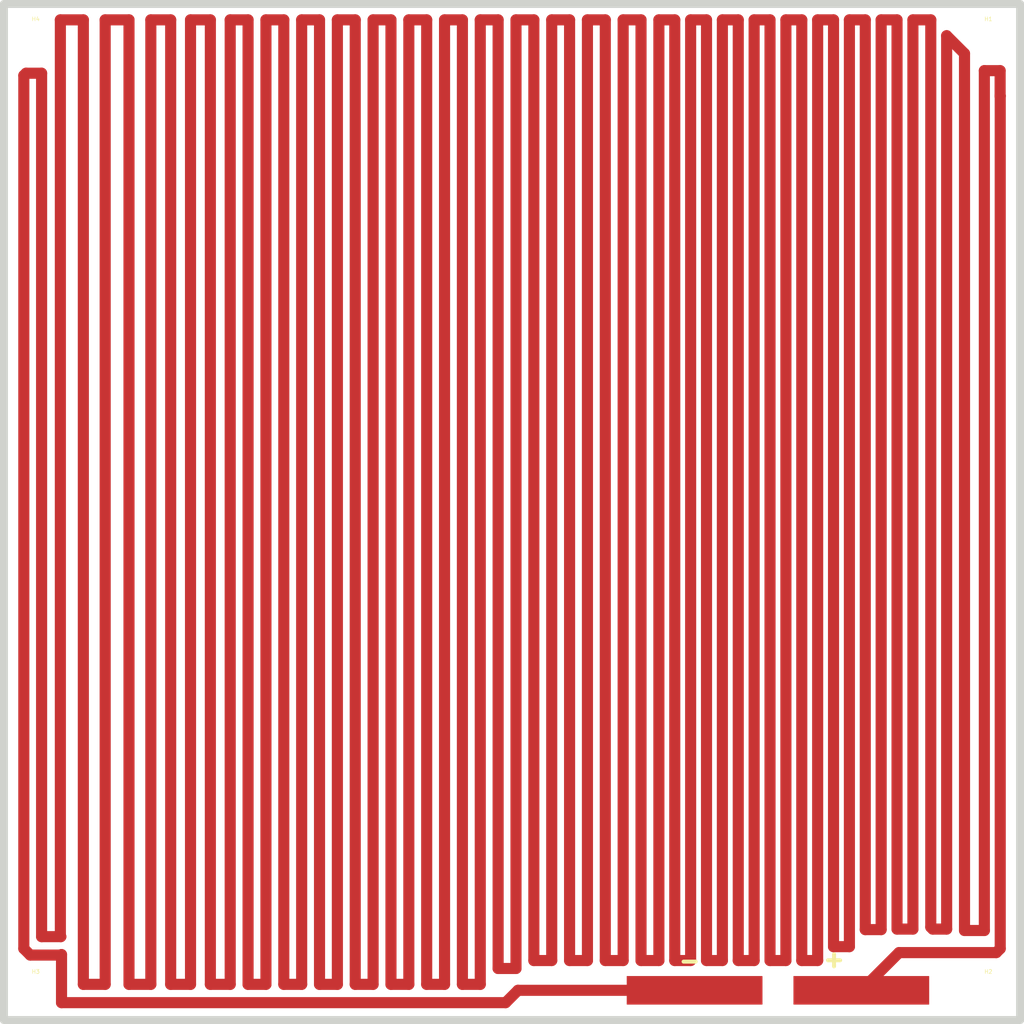
<source format=kicad_pcb>
(kicad_pcb (version 20240108) (generator "pcbnew") (generator_version "8.0")
  (layers (0 "F.Cu" signal) (31 "B.Cu" signal) (34 "B.Paste" user) (35 "F.Paste" user) (36 "B.SilkS" user "B.Silkscreen") (37 "F.SilkS" user "F.Silkscreen") (38 "B.Mask" user) (39 "F.Mask" user) (44 "Edge.Cuts" user))
  (net 0 "")
  (footprint "MountingHole:MountingHole_3.2mm_M3" (layer "F.Cu") (at 248 248)
    (property "Reference" "H2" (at 0 -4.2 0) (layer "F.SilkS"))
    (property "Value" "MountingHole")
    (pad "" np_thru_hole circle (at 0 0) (size 3.2 3.2) (drill 3.2) (layers "*.Cu" "*.Mask"))
  )
  (footprint "MountingHole:MountingHole_3.2mm_M3" (layer "F.Cu") (at 248 8)
    (property "Reference" "H1" (at 0 -4.2 0) (layer "F.SilkS"))
    (property "Value" "MountingHole")
    (pad "" np_thru_hole circle (at 0 0) (size 3.2 3.2) (drill 3.2) (layers "*.Cu" "*.Mask"))
  )
  (footprint "MountingHole:MountingHole_3.2mm_M3" (layer "F.Cu") (at 8 248)
    (property "Reference" "H3" (at 0 -4.2 0) (layer "F.SilkS"))
    (property "Value" "MountingHole")
    (pad "" np_thru_hole circle (at 0 0) (size 3.2 3.2) (drill 3.2) (layers "*.Cu" "*.Mask"))
  )
  (footprint "MountingHole:MountingHole_3.2mm_M3" (layer "F.Cu") (at 8 8)
    (property "Reference" "H4" (at 0 -4.2 0) (layer "F.SilkS"))
    (property "Value" "MountingHole")
    (pad "" np_thru_hole circle (at 0 0) (size 3.2 3.2) (drill 3.2) (layers "*.Cu" "*.Mask"))
  )
  (gr_rect (start 157 245) (end 191 252) (stroke (width 0.2)) (fill solid) (layer "F.Cu"))
  (gr_rect (start 199 245) (end 233 252) (stroke (width 0.2)) (fill solid) (layer "F.Cu"))
  (gr_line (start 256 0) (end 256 256) (stroke (width 2)) (layer "Edge.Cuts"))
  (gr_line (start 0 0) (end 256 0) (stroke (width 2)) (layer "Edge.Cuts"))
  (gr_line (start 256 256) (end 0 256) (stroke (width 2)) (layer "Edge.Cuts"))
  (gr_line (start 0 256) (end 0 0) (stroke (width 2)) (layer "Edge.Cuts"))
  (gr_text "-\n\n" (at 169.61 249.78 0) (layer "F.SilkS") (effects (font (size 4 4) (thickness 1) (bold yes)) (justify left bottom)))
  (gr_text "+\n" (at 206 243 0) (layer "F.SilkS") (effects (font (size 4 4) (thickness 1) (bold yes)) (justify left bottom)))
  (segment (start 225 233.08) (end 225 4) (width 2.8) (layer "F.Cu") (net 0))
  (segment (start 197 4) (end 197 241) (width 2.8) (layer "F.Cu") (net 0))
  (segment (start 79.5 247) (end 79.5 4) (width 2.8) (layer "F.Cu") (net 0))
  (segment (start 205 241) (end 201 241) (width 2.8) (layer "F.Cu") (net 0))
  (segment (start 47 247) (end 42 247) (width 2.8) (layer "F.Cu") (net 0))
  (segment (start 221 233.21) (end 217 233.21) (width 2.8) (layer "F.Cu") (net 0))
  (segment (start 88.5 247) (end 88.5 4) (width 2.8) (layer "F.Cu") (net 0))
  (segment (start 5.57 17.45) (end 5 18.02) (width 2.8) (layer "F.Cu") (net 0))
  (segment (start 165 241) (end 160.5 241) (width 2.8) (layer "F.Cu") (net 0))
  (segment (start 129 243) (end 124.5 243) (width 2.8) (layer "F.Cu") (net 0))
  (segment (start 138 4) (end 138 241) (width 2.8) (layer "F.Cu") (net 0))
  (segment (start 193 4) (end 189 4) (width 2.8) (layer "F.Cu") (net 0))
  (segment (start 201 4) (end 197 4) (width 2.8) (layer "F.Cu") (net 0))
  (segment (start 61.5 4) (end 57 4) (width 2.8) (layer "F.Cu") (net 0))
  (segment (start 147 4) (end 147 241) (width 2.8) (layer "F.Cu") (net 0))
  (segment (start 106.5 4) (end 102 4) (width 2.8) (layer "F.Cu") (net 0))
  (segment (start 242 12.5) (end 237.5 8) (width 2.8) (layer "F.Cu") (net 0))
  (segment (start 197 241) (end 193 241) (width 2.8) (layer "F.Cu") (net 0))
  (segment (start 147 241) (end 142.5 241) (width 2.8) (layer "F.Cu") (net 0))
  (segment (start 156 241) (end 151.5 241) (width 2.8) (layer "F.Cu") (net 0))
  (segment (start 14.21 234.87) (end 14.32 234.98) (width 2.8) (layer "F.Cu") (net 0))
  (segment (start 25.5 4) (end 25.5 247) (width 2.8) (layer "F.Cu") (net 0))
  (segment (start 14.21 4) (end 14.21 234.87) (width 2.8) (layer "F.Cu") (net 0))
  (segment (start 181 241) (end 177 241) (width 2.8) (layer "F.Cu") (net 0))
  (segment (start 52 247) (end 52 4) (width 2.8) (layer "F.Cu") (net 0))
  (segment (start 251 238) (end 251 23.1875) (width 2.8) (layer "F.Cu") (net 0))
  (segment (start 142.5 4) (end 138 4) (width 2.8) (layer "F.Cu") (net 0))
  (segment (start 97.5 4) (end 93 4) (width 2.8) (layer "F.Cu") (net 0))
  (segment (start 250.975 16.8) (end 247 16.8) (width 2.8) (layer "F.Cu") (net 0))
  (segment (start 177 241) (end 177 4) (width 2.8) (layer "F.Cu") (net 0))
  (segment (start 233.5 232.58) (end 233.5 4) (width 2.8) (layer "F.Cu") (net 0))
  (segment (start 88.5 4) (end 84 4) (width 2.8) (layer "F.Cu") (net 0))
  (segment (start 185 241) (end 185 4) (width 2.8) (layer "F.Cu") (net 0))
  (segment (start 37 247) (end 31.5 247) (width 2.8) (layer "F.Cu") (net 0))
  (segment (start 237.5 8) (end 237.5 233.08) (width 2.8) (layer "F.Cu") (net 0))
  (segment (start 151.5 241) (end 151.5 4) (width 2.8) (layer "F.Cu") (net 0))
  (segment (start 209 4) (end 205 4) (width 2.8) (layer "F.Cu") (net 0))
  (segment (start 9.48 17.45) (end 5.57 17.45) (width 2.8) (layer "F.Cu") (net 0))
  (segment (start 120 247) (end 115.5 247) (width 2.8) (layer "F.Cu") (net 0))
  (segment (start 120 4) (end 120 247) (width 2.8) (layer "F.Cu") (net 0))
  (segment (start 70.5 4) (end 66 4) (width 2.8) (layer "F.Cu") (net 0))
  (segment (start 61.5 247) (end 61.5 4) (width 2.8) (layer "F.Cu") (net 0))
  (segment (start 250.975 23.1625) (end 250.975 16.8) (width 2.8) (layer "F.Cu") (net 0))
  (segment (start 31.5 4) (end 25.5 4) (width 2.8) (layer "F.Cu") (net 0))
  (segment (start 79.5 4) (end 75 4) (width 2.8) (layer "F.Cu") (net 0))
  (segment (start 133.5 241) (end 133.5 4) (width 2.8) (layer "F.Cu") (net 0))
  (segment (start 216 248.5) (end 225.5 239) (width 2.8) (layer "F.Cu") (net 0))
  (segment (start 124.5 243) (end 124.5 4) (width 2.8) (layer "F.Cu") (net 0))
  (segment (start 185 4) (end 181 4) (width 2.8) (layer "F.Cu") (net 0))
  (segment (start 31.5 247) (end 31.5 4) (width 2.8) (layer "F.Cu") (net 0))
  (segment (start 102 247) (end 97.5 247) (width 2.8) (layer "F.Cu") (net 0))
  (segment (start 173 241) (end 169 241) (width 2.8) (layer "F.Cu") (net 0))
  (segment (start 160.5 241) (end 160.5 4) (width 2.8) (layer "F.Cu") (net 0))
  (segment (start 169 241) (end 169 4) (width 2.8) (layer "F.Cu") (net 0))
  (segment (start 57 4) (end 57 247) (width 2.8) (layer "F.Cu") (net 0))
  (segment (start 177 4) (end 173 4) (width 2.8) (layer "F.Cu") (net 0))
  (segment (start 229 4) (end 229 233.08) (width 2.8) (layer "F.Cu") (net 0))
  (segment (start 201 241) (end 201 4) (width 2.8) (layer "F.Cu") (net 0))
  (segment (start 221 4) (end 221 233.21) (width 2.8) (layer "F.Cu") (net 0))
  (segment (start 250 239) (end 251 238) (width 2.8) (layer "F.Cu") (net 0))
  (segment (start 111 4) (end 111 247) (width 2.8) (layer "F.Cu") (net 0))
  (segment (start 233.5 4) (end 229 4) (width 2.8) (layer "F.Cu") (net 0))
  (segment (start 213 237.5) (end 209 237.5) (width 2.8) (layer "F.Cu") (net 0))
  (segment (start 111 247) (end 106.5 247) (width 2.8) (layer "F.Cu") (net 0))
  (segment (start 217 4) (end 213 4) (width 2.8) (layer "F.Cu") (net 0))
  (segment (start 213 4) (end 213 237.5) (width 2.8) (layer "F.Cu") (net 0))
  (segment (start 66 247) (end 61.5 247) (width 2.8) (layer "F.Cu") (net 0))
  (segment (start 14.5 239.5) (end 14.5 251.61) (width 2.8) (layer "F.Cu") (net 0))
  (segment (start 217 233.21) (end 217 4) (width 2.8) (layer "F.Cu") (net 0))
  (segment (start 151.5 4) (end 147 4) (width 2.8) (layer "F.Cu") (net 0))
  (segment (start 138 241) (end 133.5 241) (width 2.8) (layer "F.Cu") (net 0))
  (segment (start 189 241) (end 185 241) (width 2.8) (layer "F.Cu") (net 0))
  (segment (start 70.5 247) (end 70.5 4) (width 2.8) (layer "F.Cu") (net 0))
  (segment (start 102 4) (end 102 247) (width 2.8) (layer "F.Cu") (net 0))
  (segment (start 66 4) (end 66 247) (width 2.8) (layer "F.Cu") (net 0))
  (segment (start 251 23.1875) (end 250.975 23.1625) (width 2.8) (layer "F.Cu") (net 0))
  (segment (start 97.5 247) (end 97.5 4) (width 2.8) (layer "F.Cu") (net 0))
  (segment (start 14.32 234.98) (end 9.48 234.98) (width 2.8) (layer "F.Cu") (net 0))
  (segment (start 193 241) (end 193 4) (width 2.8) (layer "F.Cu") (net 0))
  (segment (start 160.5 4) (end 156 4) (width 2.8) (layer "F.Cu") (net 0))
  (segment (start 133.5 4) (end 129 4) (width 2.8) (layer "F.Cu") (net 0))
  (segment (start 106.5 247) (end 106.5 4) (width 2.8) (layer "F.Cu") (net 0))
  (segment (start 20 247) (end 20 4) (width 2.8) (layer "F.Cu") (net 0))
  (segment (start 93 4) (end 93 247) (width 2.8) (layer "F.Cu") (net 0))
  (segment (start 115.5 247) (end 115.5 4) (width 2.8) (layer "F.Cu") (net 0))
  (segment (start 84 247) (end 79.5 247) (width 2.8) (layer "F.Cu") (net 0))
  (segment (start 209 237.5) (end 209 4) (width 2.8) (layer "F.Cu") (net 0))
  (segment (start 75 4) (end 75 247) (width 2.8) (layer "F.Cu") (net 0))
  (segment (start 229 233.08) (end 225 233.08) (width 2.8) (layer "F.Cu") (net 0))
  (segment (start 242 233.43) (end 242 12.5) (width 2.8) (layer "F.Cu") (net 0))
  (segment (start 9.48 234.98) (end 9.48 17.45) (width 2.8) (layer "F.Cu") (net 0))
  (segment (start 129 4) (end 129 243) (width 2.8) (layer "F.Cu") (net 0))
  (segment (start 42 247) (end 42 4) (width 2.8) (layer "F.Cu") (net 0))
  (segment (start 75 247) (end 70.5 247) (width 2.8) (layer "F.Cu") (net 0))
  (segment (start 93 247) (end 88.5 247) (width 2.8) (layer "F.Cu") (net 0))
  (segment (start 156 4) (end 156 241) (width 2.8) (layer "F.Cu") (net 0))
  (segment (start 126.39 251.61) (end 129.5 248.5) (width 2.8) (layer "F.Cu") (net 0))
  (segment (start 189 4) (end 189 241) (width 2.8) (layer "F.Cu") (net 0))
  (segment (start 47 4) (end 47 247) (width 2.8) (layer "F.Cu") (net 0))
  (segment (start 5 18.02) (end 5 238) (width 2.8) (layer "F.Cu") (net 0))
  (segment (start 124.5 4) (end 120 4) (width 2.8) (layer "F.Cu") (net 0))
  (segment (start 181 4) (end 181 241) (width 2.8) (layer "F.Cu") (net 0))
  (segment (start 142.5 241) (end 142.5 4) (width 2.8) (layer "F.Cu") (net 0))
  (segment (start 5 238) (end 6.625 239.625) (width 2.8) (layer "F.Cu") (net 0))
  (segment (start 165 4) (end 165 241) (width 2.8) (layer "F.Cu") (net 0))
  (segment (start 225.5 239) (end 250 239) (width 2.8) (layer "F.Cu") (net 0))
  (segment (start 247 233.43) (end 242 233.43) (width 2.8) (layer "F.Cu") (net 0))
  (segment (start 169 4) (end 165 4) (width 2.8) (layer "F.Cu") (net 0))
  (segment (start 52 4) (end 47 4) (width 2.8) (layer "F.Cu") (net 0))
  (segment (start 14.375 239.625) (end 14.5 239.5) (width 2.8) (layer "F.Cu") (net 0))
  (segment (start 37 4) (end 37 247) (width 2.8) (layer "F.Cu") (net 0))
  (segment (start 173 4) (end 173 241) (width 2.8) (layer "F.Cu") (net 0))
  (segment (start 84 4) (end 84 247) (width 2.8) (layer "F.Cu") (net 0))
  (segment (start 25.5 247) (end 20 247) (width 2.8) (layer "F.Cu") (net 0))
  (segment (start 57 247) (end 52 247) (width 2.8) (layer "F.Cu") (net 0))
  (segment (start 14.5 251.61) (end 126.39 251.61) (width 2.8) (layer "F.Cu") (net 0))
  (segment (start 237.5 233.08) (end 234 233.08) (width 2.8) (layer "F.Cu") (net 0))
  (segment (start 6.625 239.625) (end 14.375 239.625) (width 2.8) (layer "F.Cu") (net 0))
  (segment (start 115.5 4) (end 111 4) (width 2.8) (layer "F.Cu") (net 0))
  (segment (start 247 16.8) (end 247 233.43) (width 2.8) (layer "F.Cu") (net 0))
  (segment (start 234 233.08) (end 233.5 232.58) (width 2.8) (layer "F.Cu") (net 0))
  (segment (start 225 4) (end 221 4) (width 2.8) (layer "F.Cu") (net 0))
  (segment (start 20 4) (end 14.21 4) (width 2.8) (layer "F.Cu") (net 0))
  (segment (start 205 4) (end 205 241) (width 2.8) (layer "F.Cu") (net 0))
  (segment (start 42 4) (end 37 4) (width 2.8) (layer "F.Cu") (net 0))
  (segment (start 174 248.5) (end 129.5 248.5) (width 2.8) (layer "F.Cu") (net 0))
)
</source>
